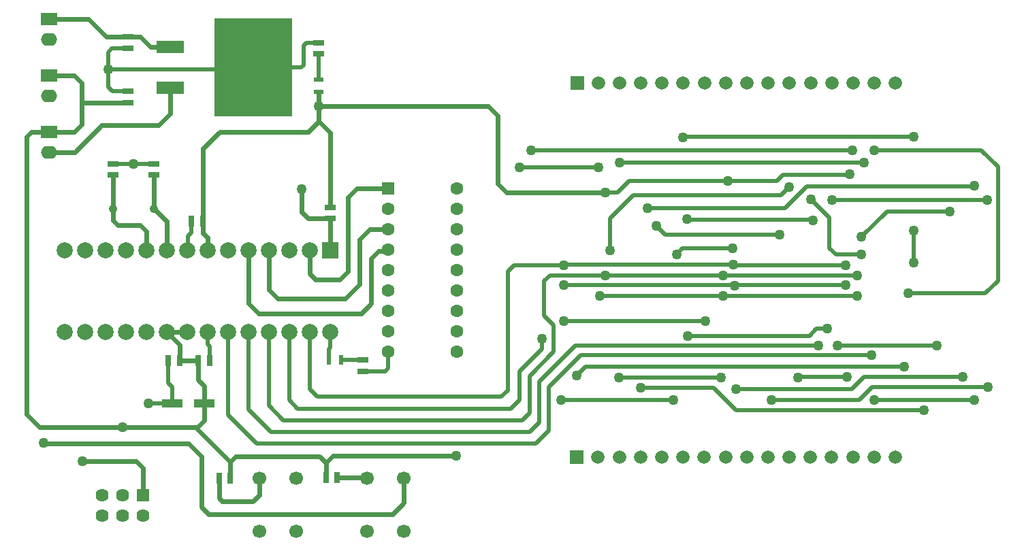
<source format=gtl>
G04*
G04 #@! TF.GenerationSoftware,Altium Limited,Altium Designer,24.5.2 (23)*
G04*
G04 Layer_Physical_Order=1*
G04 Layer_Color=255*
%FSLAX44Y44*%
%MOMM*%
G71*
G04*
G04 #@! TF.SameCoordinates,5CBC3D74-EA73-4CBB-BCEB-C53DBBCF94AE*
G04*
G04*
G04 #@! TF.FilePolarity,Positive*
G04*
G01*
G75*
%ADD14R,2.5000X1.0000*%
%ADD15R,1.1500X0.5500*%
%ADD16R,0.5500X1.1500*%
%ADD17R,0.7500X1.4500*%
%ADD18R,1.3500X0.8000*%
%ADD19R,1.3500X0.7500*%
%ADD20R,1.4500X0.7500*%
%ADD21R,0.8000X1.3500*%
%ADD22R,3.5000X1.6000*%
%ADD23R,9.7500X12.2000*%
%ADD47C,0.6000*%
%ADD48C,0.5000*%
%ADD49R,2.0000X2.0000*%
%ADD50C,2.0000*%
%ADD51C,1.6700*%
%ADD52R,1.6700X1.6700*%
%ADD53C,1.7000*%
%ADD54C,1.6200*%
%ADD55R,1.6200X1.6200*%
%ADD56C,1.0750*%
%ADD57C,1.6000*%
%ADD58R,1.6000X1.6000*%
%ADD59O,2.0000X1.6000*%
%ADD60R,2.0000X1.6000*%
%ADD61C,1.2700*%
D14*
X209000Y190000D02*
D03*
X249000D02*
D03*
D15*
X391000Y592750D02*
D03*
Y577250D02*
D03*
D16*
X418750Y244000D02*
D03*
X403250D02*
D03*
D17*
X240750Y243000D02*
D03*
X255250D02*
D03*
X247250Y417000D02*
D03*
X232750D02*
D03*
X218250Y243000D02*
D03*
X203750D02*
D03*
D18*
X446000Y244000D02*
D03*
Y230000D02*
D03*
X391000Y625000D02*
D03*
Y639000D02*
D03*
X405000Y434000D02*
D03*
Y420000D02*
D03*
D19*
X186400Y488000D02*
D03*
Y474000D02*
D03*
X135600Y488000D02*
D03*
Y474000D02*
D03*
D20*
X154000Y563750D02*
D03*
Y578250D02*
D03*
X154000Y646250D02*
D03*
Y631750D02*
D03*
D21*
X267000Y97000D02*
D03*
X281000D02*
D03*
X400000Y98000D02*
D03*
X414000D02*
D03*
D22*
X206625Y582600D02*
D03*
Y633400D02*
D03*
D23*
X309375Y608000D02*
D03*
D47*
X378000Y528000D02*
X391000Y541000D01*
X247250Y507250D02*
X268000Y528000D01*
X378000D01*
X624380Y452620D02*
X747620D01*
X281000Y97000D02*
Y117000D01*
X240000Y158000D02*
X281000Y117000D01*
X240000Y158000D02*
Y160000D01*
X400000Y116000D02*
X409000Y125000D01*
X562000D01*
X370000Y428000D02*
X378000Y420000D01*
X370000Y428000D02*
Y457000D01*
X378000Y420000D02*
X405000D01*
X97000Y118000D02*
X164000D01*
X172400Y109600D01*
X50000Y140000D02*
X229000D01*
X49000Y141000D02*
X50000Y140000D01*
X229000D02*
X245000Y124000D01*
X172400Y75700D02*
Y109600D01*
X414500Y97500D02*
X450500D01*
X414000Y98000D02*
X414500Y97500D01*
X450500D02*
X451000Y97000D01*
X483000Y52000D02*
X497000Y66000D01*
Y97000D01*
X254000Y52000D02*
X483000D01*
X245000Y61000D02*
X254000Y52000D01*
X245000Y61000D02*
Y124000D01*
X147000Y160000D02*
X240000D01*
X249000Y169000D01*
X44000Y160000D02*
X147000D01*
X28000Y176000D02*
X44000Y160000D01*
X309000Y68000D02*
X317000Y76000D01*
Y97000D01*
X271000Y68000D02*
X309000D01*
X267000Y72000D02*
X271000Y68000D01*
X267000Y72000D02*
Y97000D01*
X427000Y354000D02*
Y446000D01*
X438350Y457350D01*
X417000Y344000D02*
X427000Y354000D01*
X424000Y320000D02*
X442000Y338000D01*
Y394000D01*
X454550Y406550D01*
X444000Y302000D02*
X456000Y314000D01*
Y370000D01*
X465237Y379237D01*
X475587D01*
X454550Y406550D02*
X477500D01*
X387000Y344000D02*
X417000D01*
X379700Y351300D02*
Y380800D01*
Y351300D02*
X387000Y344000D01*
X340000Y320000D02*
X424000D01*
X328900Y331100D02*
X340000Y320000D01*
X328900Y331100D02*
Y380800D01*
X316000Y302000D02*
X444000D01*
X303500Y314500D02*
Y380800D01*
Y314500D02*
X316000Y302000D01*
X438350Y457350D02*
X477500D01*
X475587Y379237D02*
X477500Y381150D01*
X186400Y432000D02*
Y474000D01*
X135600Y432000D02*
Y474000D01*
X201900Y380800D02*
Y416500D01*
X186400Y432000D02*
X201900Y416500D01*
X135600Y417400D02*
Y432000D01*
Y417400D02*
X141000Y412000D01*
X169000D01*
X176500Y404500D01*
Y380800D02*
Y404500D01*
X218250Y243000D02*
X240750D01*
X240750Y243000D01*
X218250Y243000D02*
X218250Y243000D01*
X405000Y380900D02*
X405100Y380800D01*
X405000Y380900D02*
Y420000D01*
Y434000D02*
Y527000D01*
X391000Y541000D02*
X405000Y527000D01*
X614000Y463000D02*
X624380Y452620D01*
X614000Y463000D02*
Y548000D01*
X602000Y560000D02*
X614000Y548000D01*
X391000Y560000D02*
X602000D01*
X249000Y169000D02*
Y190000D01*
X400000Y98000D02*
Y116000D01*
X392000Y124000D02*
X400000Y116000D01*
X288000Y124000D02*
X392000D01*
X281000Y117000D02*
X288000Y124000D01*
X240750Y219250D02*
X249000Y211000D01*
Y190000D02*
Y211000D01*
X240750Y219250D02*
Y243000D01*
X201900Y279200D02*
X227300D01*
X201900D02*
X218250Y262850D01*
Y243000D02*
Y262850D01*
X247250Y401750D02*
X252700Y396300D01*
X247250Y401750D02*
Y417000D01*
X252700Y380800D02*
Y396300D01*
X391000Y541000D02*
Y560000D01*
X247250Y417000D02*
Y507250D01*
X477450Y432000D02*
X477500Y431950D01*
X28000Y176000D02*
Y522000D01*
X34000Y528000D01*
X56000D01*
X391000Y577250D02*
X391000Y577250D01*
Y560000D02*
Y577250D01*
X206625Y550625D02*
Y582600D01*
X192000Y536000D02*
X206625Y550625D01*
X121000Y536000D02*
X192000D01*
X87600Y502600D02*
X121000Y536000D01*
X56000Y502600D02*
X87600D01*
X96000Y563000D02*
X96750Y563750D01*
X154000D01*
X96000Y563000D02*
Y589000D01*
Y537000D02*
Y563000D01*
X87000Y528000D02*
X96000Y537000D01*
X56000Y528000D02*
X87000D01*
X87000Y598000D02*
X96000Y589000D01*
X56000Y598000D02*
X87000D01*
X181600Y633400D02*
X206625D01*
X168750Y646250D02*
X181600Y633400D01*
X154000Y646250D02*
X168750D01*
X105000Y668000D02*
X126750Y646250D01*
X56000Y668000D02*
X105000D01*
X126750Y646250D02*
X154000D01*
D48*
X655000Y505000D02*
X1055000D01*
X641000Y484000D02*
X739000D01*
X800646Y433000D02*
X971000D01*
X998000Y460000D02*
X1206023D01*
X971000Y433000D02*
X998000Y460000D01*
X474000Y230000D02*
X477500Y233500D01*
Y254150D01*
X446000Y230000D02*
X474000D01*
X418750Y244000D02*
X446000D01*
X179000Y190000D02*
X209000D01*
X203750Y215250D02*
X209000Y210000D01*
Y190000D02*
Y210000D01*
X203750Y215250D02*
Y243000D01*
X255250Y243000D02*
Y260750D01*
X252700Y263300D02*
X255250Y260750D01*
X252700Y263300D02*
Y279200D01*
X227300Y380800D02*
X228300Y381800D01*
Y398300D01*
X232750Y402750D01*
Y417000D01*
X369071Y608000D02*
X372000Y610929D01*
Y635000D01*
X309375Y608000D02*
X369071D01*
X372000Y635000D02*
X376000Y639000D01*
X391000D01*
X161000Y488000D02*
X186400D01*
X186400Y488000D01*
X135600Y488000D02*
X161000D01*
X135600Y488000D02*
X135600Y488000D01*
X129000Y605500D02*
Y627000D01*
Y584000D02*
Y605500D01*
X306875D02*
X309375Y608000D01*
X129000Y605500D02*
X306875D01*
X134750Y578250D02*
X154000D01*
X129000Y584000D02*
X134750Y578250D01*
X129000Y627000D02*
X133750Y631750D01*
X154000D01*
X906977Y362167D02*
X1048033D01*
X695930Y361936D02*
X695997Y362003D01*
X677000Y210000D02*
X717000Y250000D01*
X1078000D01*
X1036000Y262000D02*
X1160000D01*
X1001000Y274000D02*
X1010000Y283000D01*
X1023000D01*
X850000Y274000D02*
X1001000D01*
X696234Y362234D02*
X906910D01*
X836000Y375650D02*
X843350Y383000D01*
X906000D01*
X1003000Y444000D02*
X1026000Y421000D01*
Y383000D02*
Y421000D01*
X961000Y467000D02*
X968727Y474727D01*
X900000Y467000D02*
X961000D01*
X968727Y474727D02*
X1050727D01*
X1098000Y429000D02*
X1176000D01*
X1066000Y397000D02*
X1098000Y429000D01*
X1222313Y443169D02*
X1222482Y443000D01*
X1222000Y210000D02*
X1223000Y211000D01*
X908093Y336704D02*
X908243Y336854D01*
X1045854D01*
X1046000Y337000D01*
X633936Y361936D02*
X695930D01*
X626000Y354000D02*
X633936Y361936D01*
X695146Y336854D02*
X907943D01*
X695000Y337000D02*
X695146Y336854D01*
X671000Y342000D02*
X678400Y349400D01*
X747400D01*
X641000Y194000D02*
Y230000D01*
X365000Y183000D02*
X630000D01*
X641000Y194000D01*
X389000Y198000D02*
X618000D01*
X626000Y206000D02*
Y354000D01*
X618000Y198000D02*
X626000Y206000D01*
X882000Y209000D02*
X910000Y181000D01*
X791000Y209000D02*
X882000D01*
X653000Y224000D02*
X683000Y254000D01*
Y287000D01*
X671000Y299000D02*
X683000Y287000D01*
X671000Y299000D02*
Y342000D01*
X677000Y156000D02*
Y210000D01*
X910000Y181000D02*
X1144000D01*
X710000Y262000D02*
X1012000D01*
X665000Y217000D02*
X710000Y262000D01*
X1118000Y236000D02*
X1119000Y237000D01*
X723000Y236000D02*
X1118000D01*
X712000Y225000D02*
X723000Y236000D01*
X987000Y222000D02*
X987500Y222500D01*
X1047500D02*
X1048000Y223000D01*
X987500Y222500D02*
X1047500D01*
X910000Y208000D02*
X1054000D01*
X1069000Y223000D01*
X954000Y194000D02*
X1063000D01*
X1079000Y210000D01*
X1069000Y223000D02*
X1192000D01*
X1079000Y210000D02*
X1222000D01*
X1082000Y194000D02*
X1206634D01*
X1206634Y194000D01*
X907943Y336854D02*
X908093Y336704D01*
X445875Y243875D02*
X446000Y244000D01*
X418750D02*
X418875Y243875D01*
X403250Y257250D02*
X405100Y259100D01*
X403250Y244000D02*
Y257250D01*
X405100Y259100D02*
Y279200D01*
X641000Y230000D02*
X669000Y258000D01*
Y270000D01*
X653000Y178000D02*
Y224000D01*
X696000Y292000D02*
X872000D01*
X665000Y166000D02*
Y217000D01*
X644000Y169000D02*
X653000Y178000D01*
X347000Y169000D02*
X644000D01*
X653000Y154000D02*
X665000Y166000D01*
X332000Y154000D02*
X653000D01*
X661000Y140000D02*
X677000Y156000D01*
X314000Y140000D02*
X661000D01*
X894088Y323875D02*
X894213Y323749D01*
X741125Y323875D02*
X894088D01*
X741000Y324000D02*
X741125Y323875D01*
X692000Y194000D02*
X832000D01*
X764000Y222150D02*
X891000D01*
X894338Y323875D02*
X1059875D01*
X894213Y323749D02*
X894338Y323875D01*
X1059875D02*
X1060000Y324000D01*
X278100Y175900D02*
X314000Y140000D01*
X278100Y175900D02*
Y279200D01*
X354300Y193700D02*
Y279200D01*
Y193700D02*
X365000Y183000D01*
X379700Y207300D02*
Y279200D01*
Y207300D02*
X389000Y198000D01*
X328900Y187100D02*
X347000Y169000D01*
X303500Y182500D02*
X332000Y154000D01*
X328900Y187100D02*
Y279200D01*
X303500Y182500D02*
Y279200D01*
X391000Y592750D02*
X391000Y592750D01*
Y625000D01*
X1215000Y505000D02*
X1235500Y484500D01*
X1082000Y505000D02*
X1215000D01*
X1235500Y342500D02*
Y484500D01*
X964000Y400000D02*
X964140Y400140D01*
X822000Y400000D02*
X964000D01*
X811000Y411000D02*
X822000Y400000D01*
X765000Y490000D02*
X1069000D01*
X844500Y521500D02*
X1130500D01*
X844000Y521000D02*
X844500Y521500D01*
X1130500D02*
X1131000Y522000D01*
X1050727Y474727D02*
X1051000Y475000D01*
X782000Y449000D02*
X966000D01*
X976000Y459000D01*
X777000Y467000D02*
X900000D01*
X762620Y452620D02*
X777000Y467000D01*
X753000Y420000D02*
X782000Y449000D01*
X800257Y432611D02*
X800646Y433000D01*
X849494Y418506D02*
X1004936D01*
X1005431Y418012D01*
X849000Y419000D02*
X849494Y418506D01*
X747620Y452620D02*
X762620D01*
X753000Y380000D02*
Y420000D01*
X870400Y123000D02*
X870630Y122770D01*
X1206023Y460000D02*
X1206535Y460511D01*
X1028996Y443068D02*
X1029098Y443169D01*
X1222313D01*
X1130750Y365750D02*
X1131073Y365427D01*
X1130750Y365750D02*
Y405250D01*
X1124000Y327000D02*
X1220000D01*
X1235500Y342500D01*
X1048033Y362167D02*
X1048100Y362100D01*
X906910Y362234D02*
X906977Y362167D01*
X894145Y349207D02*
X1060407D01*
X747594D02*
X893758D01*
X893951Y349013D01*
X894145Y349207D01*
X1060407D02*
X1060600Y349400D01*
X747400D02*
X747594Y349207D01*
X1034000Y375000D02*
X1066000D01*
X1026000Y383000D02*
X1034000Y375000D01*
D49*
X405100Y380800D02*
D03*
D50*
X379700D02*
D03*
X354300D02*
D03*
X328900D02*
D03*
X303500D02*
D03*
X278100D02*
D03*
X252700D02*
D03*
X227300D02*
D03*
X201900D02*
D03*
X176500D02*
D03*
X151100D02*
D03*
X125700D02*
D03*
X100300D02*
D03*
X74900D02*
D03*
X405100Y279200D02*
D03*
X379700D02*
D03*
X354300D02*
D03*
X328900D02*
D03*
X303500D02*
D03*
X278100D02*
D03*
X252700D02*
D03*
X227300D02*
D03*
X201900D02*
D03*
X176500D02*
D03*
X151100D02*
D03*
X125700D02*
D03*
X100300D02*
D03*
X74900D02*
D03*
D51*
X1108227Y588970D02*
D03*
X1081827D02*
D03*
X1055427D02*
D03*
X1029027D02*
D03*
X1002627D02*
D03*
X976227D02*
D03*
X949827D02*
D03*
X923427D02*
D03*
X897027D02*
D03*
X870627D02*
D03*
X844227D02*
D03*
X817827D02*
D03*
X791427D02*
D03*
X765027D02*
D03*
X738627D02*
D03*
X1108000Y123000D02*
D03*
X1081600D02*
D03*
X1055200D02*
D03*
X1028800D02*
D03*
X1002400D02*
D03*
X976000D02*
D03*
X949600D02*
D03*
X923200D02*
D03*
X896800D02*
D03*
X870400D02*
D03*
X844000D02*
D03*
X817600D02*
D03*
X791200D02*
D03*
X764800D02*
D03*
X738400D02*
D03*
D52*
X712227Y588970D02*
D03*
X712000Y123000D02*
D03*
D53*
X317000Y31000D02*
D03*
X363000D02*
D03*
X317000Y97000D02*
D03*
X363000D02*
D03*
X451000Y31000D02*
D03*
X497000D02*
D03*
X451000Y97000D02*
D03*
X497000D02*
D03*
D54*
X121600Y75700D02*
D03*
X172400Y50300D02*
D03*
X147000D02*
D03*
X121600D02*
D03*
X147000Y75700D02*
D03*
D55*
X172400D02*
D03*
D56*
X135600Y432000D02*
D03*
X186400D02*
D03*
D57*
X562500Y254150D02*
D03*
Y279550D02*
D03*
Y304950D02*
D03*
Y330350D02*
D03*
Y355750D02*
D03*
Y381150D02*
D03*
Y406550D02*
D03*
Y431950D02*
D03*
Y457350D02*
D03*
X477500Y254150D02*
D03*
Y279550D02*
D03*
Y304950D02*
D03*
Y330350D02*
D03*
Y355750D02*
D03*
Y381150D02*
D03*
Y406550D02*
D03*
Y431950D02*
D03*
D58*
Y457350D02*
D03*
D59*
X56000Y642600D02*
D03*
X56000Y572600D02*
D03*
Y502600D02*
D03*
D60*
X56000Y668000D02*
D03*
X56000Y598000D02*
D03*
Y528000D02*
D03*
D61*
X655000Y505000D02*
D03*
X641000Y484000D02*
D03*
X747620Y452620D02*
D03*
X739000Y484000D02*
D03*
X179000Y190000D02*
D03*
X161000Y488000D02*
D03*
X129000Y605500D02*
D03*
X844000Y521000D02*
D03*
X1012000Y262000D02*
D03*
X1036000D02*
D03*
X836000Y375650D02*
D03*
X1003000Y444000D02*
D03*
X1176000Y429000D02*
D03*
X1023000Y283000D02*
D03*
X1046000Y337000D02*
D03*
X696000D02*
D03*
Y362000D02*
D03*
X850000Y274000D02*
D03*
X1160000Y262000D02*
D03*
X1119000Y236000D02*
D03*
X1078000Y250000D02*
D03*
X1048000Y222500D02*
D03*
X987000Y222000D02*
D03*
X910000Y208000D02*
D03*
X954000Y194000D02*
D03*
X1192000Y223000D02*
D03*
X1144000Y181000D02*
D03*
X1082000Y194000D02*
D03*
X562000Y125000D02*
D03*
X669000Y270000D02*
D03*
X696000Y292000D02*
D03*
X741000Y324000D02*
D03*
X894213Y323749D02*
D03*
X872000Y292000D02*
D03*
X692000Y194000D02*
D03*
X712000Y225000D02*
D03*
X764000Y222150D02*
D03*
X891000D02*
D03*
X791000Y209000D02*
D03*
X832000Y194000D02*
D03*
X370000Y457000D02*
D03*
X97000Y118000D02*
D03*
X49000Y141000D02*
D03*
X147000Y160000D02*
D03*
X391000Y560000D02*
D03*
X964140Y400140D02*
D03*
X1069000Y490000D02*
D03*
X1082000Y505000D02*
D03*
X1131000Y522000D02*
D03*
X765000Y490000D02*
D03*
X1055000Y505000D02*
D03*
X1051000Y475000D02*
D03*
X976000Y459000D02*
D03*
X900000Y467000D02*
D03*
X800257Y432611D02*
D03*
X849000Y419000D02*
D03*
X1005431Y418012D02*
D03*
X811000Y411000D02*
D03*
X1206535Y460511D02*
D03*
X1028996Y443068D02*
D03*
X1222665Y443270D02*
D03*
X1206634Y194000D02*
D03*
X1131073Y365427D02*
D03*
X1130750Y405250D02*
D03*
X1124000Y327000D02*
D03*
X1066000Y397000D02*
D03*
X753000Y380000D02*
D03*
X906000Y383000D02*
D03*
X908089Y336708D02*
D03*
X906910Y362234D02*
D03*
X893951Y349013D02*
D03*
X1223000Y210000D02*
D03*
X1066000Y375000D02*
D03*
X1060600Y324000D02*
D03*
Y349400D02*
D03*
X1046000Y362100D02*
D03*
X747400Y349400D02*
D03*
M02*

</source>
